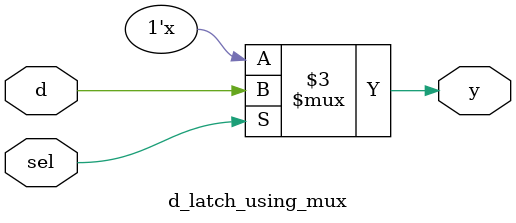
<source format=v>
module d_latch_using_mux (input d,sel, output reg y);
  always@(*)begin
    if (sel)
      y = d;
    else
      y = y;
  end
endmodule

</source>
